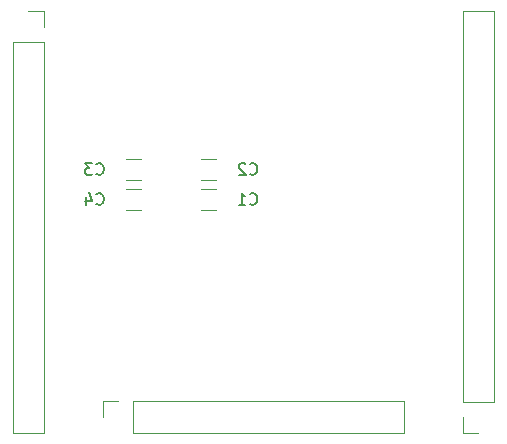
<source format=gbr>
G04 #@! TF.GenerationSoftware,KiCad,Pcbnew,5.1.5-52549c5~84~ubuntu18.04.1*
G04 #@! TF.CreationDate,2020-03-18T13:42:57+01:00*
G04 #@! TF.ProjectId,esp32_breakout,65737033-325f-4627-9265-616b6f75742e,rev?*
G04 #@! TF.SameCoordinates,Original*
G04 #@! TF.FileFunction,Legend,Bot*
G04 #@! TF.FilePolarity,Positive*
%FSLAX46Y46*%
G04 Gerber Fmt 4.6, Leading zero omitted, Abs format (unit mm)*
G04 Created by KiCad (PCBNEW 5.1.5-52549c5~84~ubuntu18.04.1) date 2020-03-18 13:42:57*
%MOMM*%
%LPD*%
G04 APERTURE LIST*
%ADD10C,0.120000*%
%ADD11C,0.150000*%
G04 APERTURE END LIST*
D10*
X67912064Y-81555000D02*
X66707936Y-81555000D01*
X67912064Y-79735000D02*
X66707936Y-79735000D01*
X67912064Y-79015000D02*
X66707936Y-79015000D01*
X67912064Y-77195000D02*
X66707936Y-77195000D01*
X64710000Y-97730000D02*
X64710000Y-99060000D01*
X66040000Y-97730000D02*
X64710000Y-97730000D01*
X67310000Y-97730000D02*
X67310000Y-100390000D01*
X67310000Y-100390000D02*
X90230000Y-100390000D01*
X67310000Y-97730000D02*
X90230000Y-97730000D01*
X90230000Y-97730000D02*
X90230000Y-100390000D01*
X95190000Y-100390000D02*
X96520000Y-100390000D01*
X95190000Y-99060000D02*
X95190000Y-100390000D01*
X95190000Y-97790000D02*
X97850000Y-97790000D01*
X97850000Y-97790000D02*
X97850000Y-64710000D01*
X95190000Y-97790000D02*
X95190000Y-64710000D01*
X95190000Y-64710000D02*
X97850000Y-64710000D01*
X59750000Y-64710000D02*
X58420000Y-64710000D01*
X59750000Y-66040000D02*
X59750000Y-64710000D01*
X59750000Y-67310000D02*
X57090000Y-67310000D01*
X57090000Y-67310000D02*
X57090000Y-100390000D01*
X59750000Y-67310000D02*
X59750000Y-100390000D01*
X59750000Y-100390000D02*
X57090000Y-100390000D01*
X73057936Y-77195000D02*
X74262064Y-77195000D01*
X73057936Y-79015000D02*
X74262064Y-79015000D01*
X73057936Y-79735000D02*
X74262064Y-79735000D01*
X73057936Y-81555000D02*
X74262064Y-81555000D01*
D11*
X64166666Y-81002142D02*
X64214285Y-81049761D01*
X64357142Y-81097380D01*
X64452380Y-81097380D01*
X64595238Y-81049761D01*
X64690476Y-80954523D01*
X64738095Y-80859285D01*
X64785714Y-80668809D01*
X64785714Y-80525952D01*
X64738095Y-80335476D01*
X64690476Y-80240238D01*
X64595238Y-80145000D01*
X64452380Y-80097380D01*
X64357142Y-80097380D01*
X64214285Y-80145000D01*
X64166666Y-80192619D01*
X63309523Y-80430714D02*
X63309523Y-81097380D01*
X63547619Y-80049761D02*
X63785714Y-80764047D01*
X63166666Y-80764047D01*
X64166666Y-78462142D02*
X64214285Y-78509761D01*
X64357142Y-78557380D01*
X64452380Y-78557380D01*
X64595238Y-78509761D01*
X64690476Y-78414523D01*
X64738095Y-78319285D01*
X64785714Y-78128809D01*
X64785714Y-77985952D01*
X64738095Y-77795476D01*
X64690476Y-77700238D01*
X64595238Y-77605000D01*
X64452380Y-77557380D01*
X64357142Y-77557380D01*
X64214285Y-77605000D01*
X64166666Y-77652619D01*
X63833333Y-77557380D02*
X63214285Y-77557380D01*
X63547619Y-77938333D01*
X63404761Y-77938333D01*
X63309523Y-77985952D01*
X63261904Y-78033571D01*
X63214285Y-78128809D01*
X63214285Y-78366904D01*
X63261904Y-78462142D01*
X63309523Y-78509761D01*
X63404761Y-78557380D01*
X63690476Y-78557380D01*
X63785714Y-78509761D01*
X63833333Y-78462142D01*
X77166666Y-78462142D02*
X77214285Y-78509761D01*
X77357142Y-78557380D01*
X77452380Y-78557380D01*
X77595238Y-78509761D01*
X77690476Y-78414523D01*
X77738095Y-78319285D01*
X77785714Y-78128809D01*
X77785714Y-77985952D01*
X77738095Y-77795476D01*
X77690476Y-77700238D01*
X77595238Y-77605000D01*
X77452380Y-77557380D01*
X77357142Y-77557380D01*
X77214285Y-77605000D01*
X77166666Y-77652619D01*
X76785714Y-77652619D02*
X76738095Y-77605000D01*
X76642857Y-77557380D01*
X76404761Y-77557380D01*
X76309523Y-77605000D01*
X76261904Y-77652619D01*
X76214285Y-77747857D01*
X76214285Y-77843095D01*
X76261904Y-77985952D01*
X76833333Y-78557380D01*
X76214285Y-78557380D01*
X77166666Y-81002142D02*
X77214285Y-81049761D01*
X77357142Y-81097380D01*
X77452380Y-81097380D01*
X77595238Y-81049761D01*
X77690476Y-80954523D01*
X77738095Y-80859285D01*
X77785714Y-80668809D01*
X77785714Y-80525952D01*
X77738095Y-80335476D01*
X77690476Y-80240238D01*
X77595238Y-80145000D01*
X77452380Y-80097380D01*
X77357142Y-80097380D01*
X77214285Y-80145000D01*
X77166666Y-80192619D01*
X76214285Y-81097380D02*
X76785714Y-81097380D01*
X76500000Y-81097380D02*
X76500000Y-80097380D01*
X76595238Y-80240238D01*
X76690476Y-80335476D01*
X76785714Y-80383095D01*
M02*

</source>
